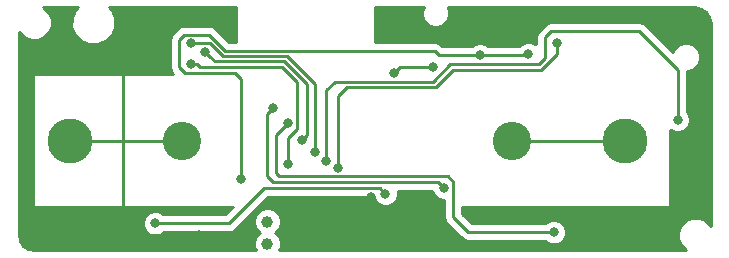
<source format=gbl>
G04 #@! TF.GenerationSoftware,KiCad,Pcbnew,no-vcs-found-e5c4cfc~61~ubuntu16.04.1*
G04 #@! TF.CreationDate,2017-11-03T16:10:43+05:30*
G04 #@! TF.ProjectId,snap_rev2,736E61705F726576322E6B696361645F,rev?*
G04 #@! TF.SameCoordinates,Original*
G04 #@! TF.FileFunction,Copper,L2,Bot,Signal*
G04 #@! TF.FilePolarity,Positive*
%FSLAX46Y46*%
G04 Gerber Fmt 4.6, Leading zero omitted, Abs format (unit mm)*
G04 Created by KiCad (PCBNEW no-vcs-found-e5c4cfc~61~ubuntu16.04.1) date Fri Nov  3 16:10:43 2017*
%MOMM*%
%LPD*%
G01*
G04 APERTURE LIST*
%ADD10C,3.250000*%
%ADD11C,3.800000*%
%ADD12C,1.000000*%
%ADD13C,0.800000*%
%ADD14C,0.250000*%
%ADD15C,0.254000*%
G04 APERTURE END LIST*
D10*
X92470000Y-100000000D03*
D11*
X102000000Y-100000000D03*
X55000000Y-100000000D03*
D10*
X64530000Y-100000000D03*
D12*
X71750000Y-106850000D03*
X71750000Y-108750000D03*
D13*
X66000000Y-108000000D03*
X102000008Y-106000000D03*
X87500000Y-108000000D03*
X68230832Y-90647776D03*
X78250000Y-107750000D03*
X80500000Y-104750000D03*
X89250000Y-89750000D03*
X105500000Y-89750000D03*
X72250000Y-97249966D03*
X86737340Y-104012660D03*
X69500000Y-103250000D03*
X93851531Y-92675766D03*
X89750000Y-92750000D03*
X73500000Y-98500000D03*
X96000000Y-107750000D03*
X62250000Y-107000000D03*
X81750000Y-104500000D03*
X85794134Y-93794136D03*
X82500000Y-94250000D03*
X65250000Y-93500000D03*
X73500000Y-102000000D03*
X65250000Y-91750000D03*
X75750000Y-101000000D03*
X66500000Y-92500000D03*
X74696207Y-99955472D03*
X96250000Y-91750000D03*
X77749662Y-102276421D03*
X76750000Y-101750000D03*
X106500000Y-98250000D03*
D14*
X74500000Y-107500000D02*
X74750000Y-107750000D01*
X74750000Y-107750000D02*
X78250000Y-107750000D01*
X74500000Y-105500000D02*
X74500000Y-107500000D01*
X74250000Y-105250000D02*
X74500000Y-105500000D01*
X71500000Y-105250000D02*
X74250000Y-105250000D01*
X68750000Y-108000000D02*
X71500000Y-105250000D01*
X66000000Y-108000000D02*
X68750000Y-108000000D01*
X59500000Y-107750000D02*
X59750000Y-108000000D01*
X59500000Y-100000000D02*
X59500000Y-107750000D01*
X59750000Y-108000000D02*
X65434315Y-108000000D01*
X65434315Y-108000000D02*
X66000000Y-108000000D01*
X102000008Y-106000000D02*
X106750000Y-106000000D01*
X106750000Y-106000000D02*
X109000000Y-103750000D01*
X109000000Y-103750000D02*
X109000000Y-91000000D01*
X109000000Y-91000000D02*
X107750000Y-89750000D01*
X107750000Y-89750000D02*
X105500000Y-89750000D01*
X89250000Y-89750000D02*
X90250000Y-88750000D01*
X90250000Y-88750000D02*
X104500000Y-88750000D01*
X104500000Y-88750000D02*
X105500000Y-89750000D01*
X80500000Y-104750000D02*
X80500000Y-106000000D01*
X78500000Y-106250000D02*
X80250000Y-106250000D01*
X80250000Y-106250000D02*
X80500000Y-106000000D01*
X78250000Y-106500000D02*
X78500000Y-106250000D01*
X78250000Y-107750000D02*
X78250000Y-106500000D01*
X78250000Y-107750000D02*
X87250000Y-107750000D01*
X87250000Y-107750000D02*
X87500000Y-108000000D01*
X99250008Y-108750000D02*
X102000008Y-106000000D01*
X88250000Y-108750000D02*
X99250008Y-108750000D01*
X87500000Y-108000000D02*
X88250000Y-108750000D01*
X68230832Y-90647776D02*
X67830833Y-90247777D01*
X67830833Y-90247777D02*
X60502223Y-90247777D01*
X60502223Y-90247777D02*
X59500000Y-91250000D01*
X59500000Y-91250000D02*
X59500000Y-100000000D01*
X64530000Y-100000000D02*
X59500000Y-100000000D01*
X59500000Y-100000000D02*
X55000000Y-100000000D01*
X86737340Y-104012660D02*
X86224680Y-103500000D01*
X86224680Y-103500000D02*
X72250000Y-103500000D01*
X72250000Y-103500000D02*
X71750000Y-103000000D01*
X71750000Y-103000000D02*
X71750000Y-97749966D01*
X71750000Y-97749966D02*
X72250000Y-97249966D01*
X66774998Y-91024998D02*
X68149967Y-92399967D01*
X68149967Y-92399967D02*
X85899967Y-92399967D01*
X69000000Y-94250000D02*
X64750000Y-94250000D01*
X69500000Y-94750000D02*
X69000000Y-94250000D01*
X69500000Y-103250000D02*
X69500000Y-94750000D01*
X64750000Y-94250000D02*
X64250000Y-93750000D01*
X64250000Y-91500000D02*
X64725002Y-91024998D01*
X64250000Y-93750000D02*
X64250000Y-91500000D01*
X64725002Y-91024998D02*
X66774998Y-91024998D01*
X85899967Y-92399967D02*
X86250000Y-92750000D01*
X86250000Y-92750000D02*
X89750000Y-92750000D01*
X93777297Y-92750000D02*
X93851531Y-92675766D01*
X89750000Y-92750000D02*
X93777297Y-92750000D01*
X87000000Y-103001422D02*
X72751422Y-103001422D01*
X87500000Y-106500000D02*
X87500000Y-103501422D01*
X87500000Y-103501422D02*
X87000000Y-103001422D01*
X88750000Y-107750000D02*
X87500000Y-106500000D01*
X96000000Y-107750000D02*
X88750000Y-107750000D01*
X72751422Y-103001422D02*
X72500000Y-102750000D01*
X72500000Y-102750000D02*
X72500000Y-99500000D01*
X72500000Y-99500000D02*
X73500000Y-98500000D01*
X81250000Y-104000000D02*
X71500000Y-104000000D01*
X62250000Y-107000000D02*
X68500000Y-107000000D01*
X68500000Y-107000000D02*
X71500000Y-104000000D01*
X81750000Y-104500000D02*
X81250000Y-104000000D01*
X85794134Y-93794136D02*
X82955864Y-93794136D01*
X82955864Y-93794136D02*
X82500000Y-94250000D01*
X66065685Y-93750000D02*
X65815685Y-93500000D01*
X65815685Y-93500000D02*
X65250000Y-93500000D01*
X74250000Y-99000000D02*
X74250000Y-95000000D01*
X74250000Y-95000000D02*
X73000000Y-93750000D01*
X73000000Y-93750000D02*
X66065685Y-93750000D01*
X73500000Y-99750000D02*
X74250000Y-99000000D01*
X73500000Y-102000000D02*
X73500000Y-99750000D01*
X67963567Y-92849978D02*
X66863589Y-91750000D01*
X73372800Y-92849978D02*
X67963567Y-92849978D01*
X75750000Y-95227178D02*
X73372800Y-92849978D01*
X66863589Y-91750000D02*
X65815685Y-91750000D01*
X75750000Y-101000000D02*
X75750000Y-95227178D01*
X65815685Y-91750000D02*
X65250000Y-91750000D01*
X67299989Y-93299989D02*
X66899999Y-92899999D01*
X75096206Y-95209795D02*
X73186400Y-93299989D01*
X74696207Y-99955472D02*
X75096206Y-99555473D01*
X75096206Y-99555473D02*
X75096206Y-95209795D01*
X73186400Y-93299989D02*
X67299989Y-93299989D01*
X66899999Y-92899999D02*
X66500000Y-92500000D01*
X92470000Y-100000000D02*
X102000000Y-100000000D01*
X94886410Y-94000000D02*
X96250000Y-92636410D01*
X86000000Y-95500000D02*
X87500000Y-94000000D01*
X87500000Y-94000000D02*
X94886410Y-94000000D01*
X78500000Y-95500000D02*
X86000000Y-95500000D01*
X77749662Y-96250338D02*
X78500000Y-95500000D01*
X77749662Y-102276421D02*
X77749662Y-96250338D01*
X96250000Y-92636410D02*
X96250000Y-91750000D01*
X106500000Y-98250000D02*
X106500000Y-94000000D01*
X76750000Y-95750000D02*
X76750000Y-101750000D01*
X106500000Y-94000000D02*
X103250000Y-90750000D01*
X103250000Y-90750000D02*
X95750000Y-90750000D01*
X94750000Y-93500000D02*
X87250000Y-93500000D01*
X95750000Y-90750000D02*
X95250000Y-91250000D01*
X85750000Y-95000000D02*
X77500000Y-95000000D01*
X95250000Y-91250000D02*
X95250000Y-93000000D01*
X95250000Y-93000000D02*
X94750000Y-93500000D01*
X87250000Y-93500000D02*
X85750000Y-95000000D01*
X77500000Y-95000000D02*
X76750000Y-95750000D01*
D15*
G36*
X55445270Y-88959199D02*
X55165319Y-89633395D01*
X55164682Y-90363403D01*
X55443455Y-91038086D01*
X55959199Y-91554730D01*
X56633395Y-91834681D01*
X57363403Y-91835318D01*
X58038086Y-91556545D01*
X58554730Y-91040801D01*
X58834681Y-90366605D01*
X58835318Y-89636597D01*
X58556545Y-88961914D01*
X58305070Y-88710000D01*
X69123000Y-88710000D01*
X69123000Y-91639967D01*
X68464769Y-91639967D01*
X67312399Y-90487597D01*
X67065837Y-90322850D01*
X66774998Y-90264998D01*
X64725002Y-90264998D01*
X64434162Y-90322850D01*
X64187601Y-90487597D01*
X63712599Y-90962599D01*
X63547852Y-91209161D01*
X63490000Y-91500000D01*
X63490000Y-93750000D01*
X63547852Y-94040839D01*
X63712599Y-94287401D01*
X63798198Y-94373000D01*
X52000000Y-94373000D01*
X51951399Y-94382667D01*
X51910197Y-94410197D01*
X51882667Y-94451399D01*
X51873000Y-94500000D01*
X51873000Y-105500000D01*
X51882667Y-105548601D01*
X51910197Y-105589803D01*
X51951399Y-105617333D01*
X52000000Y-105627000D01*
X68798198Y-105627000D01*
X68185198Y-106240000D01*
X62953761Y-106240000D01*
X62837046Y-106123081D01*
X62456777Y-105965180D01*
X62045029Y-105964821D01*
X61664485Y-106122058D01*
X61373081Y-106412954D01*
X61215180Y-106793223D01*
X61214821Y-107204971D01*
X61372058Y-107585515D01*
X61662954Y-107876919D01*
X62043223Y-108034820D01*
X62454971Y-108035179D01*
X62835515Y-107877942D01*
X62953663Y-107760000D01*
X68500000Y-107760000D01*
X68790839Y-107702148D01*
X69037401Y-107537401D01*
X71814802Y-104760000D01*
X80737558Y-104760000D01*
X80872058Y-105085515D01*
X81162954Y-105376919D01*
X81543223Y-105534820D01*
X81954971Y-105535179D01*
X82335515Y-105377942D01*
X82626919Y-105087046D01*
X82784820Y-104706777D01*
X82785179Y-104295029D01*
X82770705Y-104260000D01*
X85719667Y-104260000D01*
X85859398Y-104598175D01*
X86150294Y-104889579D01*
X86530563Y-105047480D01*
X86740000Y-105047663D01*
X86740000Y-106500000D01*
X86797852Y-106790839D01*
X86962599Y-107037401D01*
X88212599Y-108287401D01*
X88459161Y-108452148D01*
X88750000Y-108510000D01*
X95296239Y-108510000D01*
X95412954Y-108626919D01*
X95793223Y-108784820D01*
X96204971Y-108785179D01*
X96585515Y-108627942D01*
X96876919Y-108337046D01*
X97034820Y-107956777D01*
X97035179Y-107545029D01*
X96877942Y-107164485D01*
X96587046Y-106873081D01*
X96206777Y-106715180D01*
X95795029Y-106714821D01*
X95414485Y-106872058D01*
X95296337Y-106990000D01*
X89064802Y-106990000D01*
X88260000Y-106185198D01*
X88260000Y-105627000D01*
X105750000Y-105627000D01*
X105798601Y-105617333D01*
X105839803Y-105589803D01*
X105867333Y-105548601D01*
X105877000Y-105500000D01*
X105877000Y-99090902D01*
X105912954Y-99126919D01*
X106293223Y-99284820D01*
X106704971Y-99285179D01*
X107085515Y-99127942D01*
X107376919Y-98837046D01*
X107534820Y-98456777D01*
X107535179Y-98045029D01*
X107377942Y-97664485D01*
X107260000Y-97546337D01*
X107260000Y-94085053D01*
X107434677Y-94085206D01*
X107870372Y-93905180D01*
X108204009Y-93572125D01*
X108384794Y-93136745D01*
X108385206Y-92665323D01*
X108205180Y-92229628D01*
X107872125Y-91895991D01*
X107436745Y-91715206D01*
X106965323Y-91714794D01*
X106529628Y-91894820D01*
X106195991Y-92227875D01*
X106080591Y-92505789D01*
X103787401Y-90212599D01*
X103540839Y-90047852D01*
X103250000Y-89990000D01*
X95750000Y-89990000D01*
X95459161Y-90047852D01*
X95212599Y-90212599D01*
X94712599Y-90712599D01*
X94547852Y-90959161D01*
X94490000Y-91250000D01*
X94490000Y-91850360D01*
X94438577Y-91798847D01*
X94058308Y-91640946D01*
X93646560Y-91640587D01*
X93266016Y-91797824D01*
X93073504Y-91990000D01*
X90453761Y-91990000D01*
X90337046Y-91873081D01*
X89956777Y-91715180D01*
X89545029Y-91714821D01*
X89164485Y-91872058D01*
X89046337Y-91990000D01*
X86564802Y-91990000D01*
X86437368Y-91862566D01*
X86190806Y-91697819D01*
X85899967Y-91639967D01*
X80877000Y-91639967D01*
X80877000Y-88710000D01*
X84995268Y-88710000D01*
X84865197Y-89023244D01*
X84864803Y-89474775D01*
X85037233Y-89892086D01*
X85356235Y-90211645D01*
X85773244Y-90384803D01*
X86224775Y-90385197D01*
X86642086Y-90212767D01*
X86961645Y-89893765D01*
X87134803Y-89476756D01*
X87135197Y-89025225D01*
X87004948Y-88710000D01*
X107930069Y-88710000D01*
X108488338Y-88821046D01*
X108902333Y-89097669D01*
X109178953Y-89511660D01*
X109290000Y-90069931D01*
X109290000Y-107233352D01*
X109259656Y-107159914D01*
X108842283Y-106741812D01*
X108296681Y-106515258D01*
X107705911Y-106514743D01*
X107159914Y-106740344D01*
X106741812Y-107157717D01*
X106515258Y-107703319D01*
X106514743Y-108294089D01*
X106740344Y-108840086D01*
X107157717Y-109258188D01*
X107234329Y-109290000D01*
X72754732Y-109290000D01*
X72884803Y-108976756D01*
X72885197Y-108525225D01*
X72712767Y-108107914D01*
X72405133Y-107799743D01*
X72711645Y-107493765D01*
X72884803Y-107076756D01*
X72885197Y-106625225D01*
X72712767Y-106207914D01*
X72393765Y-105888355D01*
X71976756Y-105715197D01*
X71525225Y-105714803D01*
X71107914Y-105887233D01*
X70788355Y-106206235D01*
X70615197Y-106623244D01*
X70614803Y-107074775D01*
X70787233Y-107492086D01*
X71094867Y-107800257D01*
X70788355Y-108106235D01*
X70615197Y-108523244D01*
X70614803Y-108974775D01*
X70745052Y-109290000D01*
X52069931Y-109290000D01*
X51511660Y-109178953D01*
X51097669Y-108902333D01*
X50821046Y-108488338D01*
X50710000Y-107930069D01*
X50710000Y-90766648D01*
X50740344Y-90840086D01*
X51157717Y-91258188D01*
X51703319Y-91484742D01*
X52294089Y-91485257D01*
X52840086Y-91259656D01*
X53258188Y-90842283D01*
X53484742Y-90296681D01*
X53485257Y-89705911D01*
X53259656Y-89159914D01*
X52842283Y-88741812D01*
X52765671Y-88710000D01*
X55694904Y-88710000D01*
X55445270Y-88959199D01*
X55445270Y-88959199D01*
G37*
X55445270Y-88959199D02*
X55165319Y-89633395D01*
X55164682Y-90363403D01*
X55443455Y-91038086D01*
X55959199Y-91554730D01*
X56633395Y-91834681D01*
X57363403Y-91835318D01*
X58038086Y-91556545D01*
X58554730Y-91040801D01*
X58834681Y-90366605D01*
X58835318Y-89636597D01*
X58556545Y-88961914D01*
X58305070Y-88710000D01*
X69123000Y-88710000D01*
X69123000Y-91639967D01*
X68464769Y-91639967D01*
X67312399Y-90487597D01*
X67065837Y-90322850D01*
X66774998Y-90264998D01*
X64725002Y-90264998D01*
X64434162Y-90322850D01*
X64187601Y-90487597D01*
X63712599Y-90962599D01*
X63547852Y-91209161D01*
X63490000Y-91500000D01*
X63490000Y-93750000D01*
X63547852Y-94040839D01*
X63712599Y-94287401D01*
X63798198Y-94373000D01*
X52000000Y-94373000D01*
X51951399Y-94382667D01*
X51910197Y-94410197D01*
X51882667Y-94451399D01*
X51873000Y-94500000D01*
X51873000Y-105500000D01*
X51882667Y-105548601D01*
X51910197Y-105589803D01*
X51951399Y-105617333D01*
X52000000Y-105627000D01*
X68798198Y-105627000D01*
X68185198Y-106240000D01*
X62953761Y-106240000D01*
X62837046Y-106123081D01*
X62456777Y-105965180D01*
X62045029Y-105964821D01*
X61664485Y-106122058D01*
X61373081Y-106412954D01*
X61215180Y-106793223D01*
X61214821Y-107204971D01*
X61372058Y-107585515D01*
X61662954Y-107876919D01*
X62043223Y-108034820D01*
X62454971Y-108035179D01*
X62835515Y-107877942D01*
X62953663Y-107760000D01*
X68500000Y-107760000D01*
X68790839Y-107702148D01*
X69037401Y-107537401D01*
X71814802Y-104760000D01*
X80737558Y-104760000D01*
X80872058Y-105085515D01*
X81162954Y-105376919D01*
X81543223Y-105534820D01*
X81954971Y-105535179D01*
X82335515Y-105377942D01*
X82626919Y-105087046D01*
X82784820Y-104706777D01*
X82785179Y-104295029D01*
X82770705Y-104260000D01*
X85719667Y-104260000D01*
X85859398Y-104598175D01*
X86150294Y-104889579D01*
X86530563Y-105047480D01*
X86740000Y-105047663D01*
X86740000Y-106500000D01*
X86797852Y-106790839D01*
X86962599Y-107037401D01*
X88212599Y-108287401D01*
X88459161Y-108452148D01*
X88750000Y-108510000D01*
X95296239Y-108510000D01*
X95412954Y-108626919D01*
X95793223Y-108784820D01*
X96204971Y-108785179D01*
X96585515Y-108627942D01*
X96876919Y-108337046D01*
X97034820Y-107956777D01*
X97035179Y-107545029D01*
X96877942Y-107164485D01*
X96587046Y-106873081D01*
X96206777Y-106715180D01*
X95795029Y-106714821D01*
X95414485Y-106872058D01*
X95296337Y-106990000D01*
X89064802Y-106990000D01*
X88260000Y-106185198D01*
X88260000Y-105627000D01*
X105750000Y-105627000D01*
X105798601Y-105617333D01*
X105839803Y-105589803D01*
X105867333Y-105548601D01*
X105877000Y-105500000D01*
X105877000Y-99090902D01*
X105912954Y-99126919D01*
X106293223Y-99284820D01*
X106704971Y-99285179D01*
X107085515Y-99127942D01*
X107376919Y-98837046D01*
X107534820Y-98456777D01*
X107535179Y-98045029D01*
X107377942Y-97664485D01*
X107260000Y-97546337D01*
X107260000Y-94085053D01*
X107434677Y-94085206D01*
X107870372Y-93905180D01*
X108204009Y-93572125D01*
X108384794Y-93136745D01*
X108385206Y-92665323D01*
X108205180Y-92229628D01*
X107872125Y-91895991D01*
X107436745Y-91715206D01*
X106965323Y-91714794D01*
X106529628Y-91894820D01*
X106195991Y-92227875D01*
X106080591Y-92505789D01*
X103787401Y-90212599D01*
X103540839Y-90047852D01*
X103250000Y-89990000D01*
X95750000Y-89990000D01*
X95459161Y-90047852D01*
X95212599Y-90212599D01*
X94712599Y-90712599D01*
X94547852Y-90959161D01*
X94490000Y-91250000D01*
X94490000Y-91850360D01*
X94438577Y-91798847D01*
X94058308Y-91640946D01*
X93646560Y-91640587D01*
X93266016Y-91797824D01*
X93073504Y-91990000D01*
X90453761Y-91990000D01*
X90337046Y-91873081D01*
X89956777Y-91715180D01*
X89545029Y-91714821D01*
X89164485Y-91872058D01*
X89046337Y-91990000D01*
X86564802Y-91990000D01*
X86437368Y-91862566D01*
X86190806Y-91697819D01*
X85899967Y-91639967D01*
X80877000Y-91639967D01*
X80877000Y-88710000D01*
X84995268Y-88710000D01*
X84865197Y-89023244D01*
X84864803Y-89474775D01*
X85037233Y-89892086D01*
X85356235Y-90211645D01*
X85773244Y-90384803D01*
X86224775Y-90385197D01*
X86642086Y-90212767D01*
X86961645Y-89893765D01*
X87134803Y-89476756D01*
X87135197Y-89025225D01*
X87004948Y-88710000D01*
X107930069Y-88710000D01*
X108488338Y-88821046D01*
X108902333Y-89097669D01*
X109178953Y-89511660D01*
X109290000Y-90069931D01*
X109290000Y-107233352D01*
X109259656Y-107159914D01*
X108842283Y-106741812D01*
X108296681Y-106515258D01*
X107705911Y-106514743D01*
X107159914Y-106740344D01*
X106741812Y-107157717D01*
X106515258Y-107703319D01*
X106514743Y-108294089D01*
X106740344Y-108840086D01*
X107157717Y-109258188D01*
X107234329Y-109290000D01*
X72754732Y-109290000D01*
X72884803Y-108976756D01*
X72885197Y-108525225D01*
X72712767Y-108107914D01*
X72405133Y-107799743D01*
X72711645Y-107493765D01*
X72884803Y-107076756D01*
X72885197Y-106625225D01*
X72712767Y-106207914D01*
X72393765Y-105888355D01*
X71976756Y-105715197D01*
X71525225Y-105714803D01*
X71107914Y-105887233D01*
X70788355Y-106206235D01*
X70615197Y-106623244D01*
X70614803Y-107074775D01*
X70787233Y-107492086D01*
X71094867Y-107800257D01*
X70788355Y-108106235D01*
X70615197Y-108523244D01*
X70614803Y-108974775D01*
X70745052Y-109290000D01*
X52069931Y-109290000D01*
X51511660Y-109178953D01*
X51097669Y-108902333D01*
X50821046Y-108488338D01*
X50710000Y-107930069D01*
X50710000Y-90766648D01*
X50740344Y-90840086D01*
X51157717Y-91258188D01*
X51703319Y-91484742D01*
X52294089Y-91485257D01*
X52840086Y-91259656D01*
X53258188Y-90842283D01*
X53484742Y-90296681D01*
X53485257Y-89705911D01*
X53259656Y-89159914D01*
X52842283Y-88741812D01*
X52765671Y-88710000D01*
X55694904Y-88710000D01*
X55445270Y-88959199D01*
M02*

</source>
